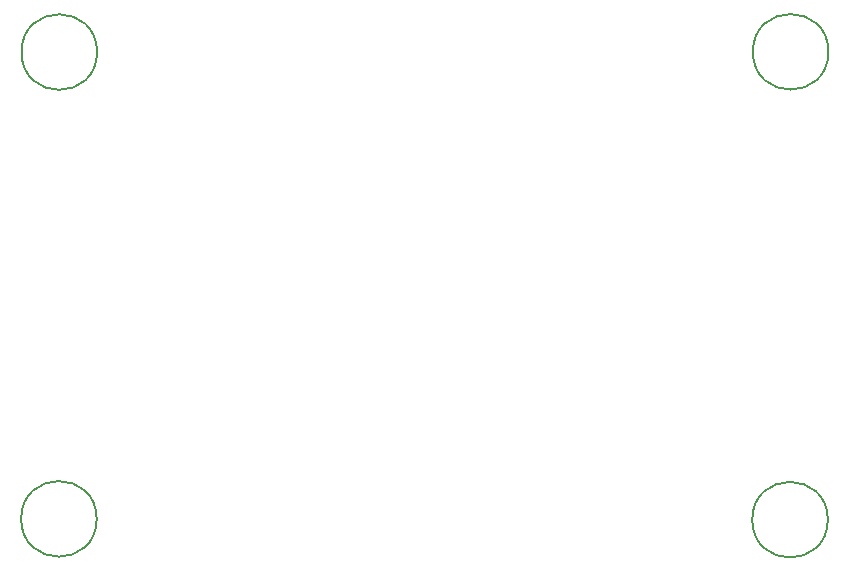
<source format=gbr>
%TF.GenerationSoftware,KiCad,Pcbnew,8.99.0-unknown-8ec1016ccf~178~ubuntu22.04.1*%
%TF.CreationDate,2024-05-09T20:44:09+05:30*%
%TF.ProjectId,HF-PA-v10,48462d50-412d-4763-9130-2e6b69636164,rev?*%
%TF.SameCoordinates,Original*%
%TF.FileFunction,Other,Comment*%
%FSLAX46Y46*%
G04 Gerber Fmt 4.6, Leading zero omitted, Abs format (unit mm)*
G04 Created by KiCad (PCBNEW 8.99.0-unknown-8ec1016ccf~178~ubuntu22.04.1) date 2024-05-09 20:44:09*
%MOMM*%
%LPD*%
G01*
G04 APERTURE LIST*
%ADD10C,0.150000*%
G04 APERTURE END LIST*
D10*
%TO.C,H3*%
X145000000Y-105720000D02*
G75*
G02*
X138600000Y-105720000I-3200000J0D01*
G01*
X138600000Y-105720000D02*
G75*
G02*
X145000000Y-105720000I3200000J0D01*
G01*
%TO.C,H4*%
X206900000Y-105790000D02*
G75*
G02*
X200500000Y-105790000I-3200000J0D01*
G01*
X200500000Y-105790000D02*
G75*
G02*
X206900000Y-105790000I3200000J0D01*
G01*
%TO.C,H1*%
X145030000Y-66200000D02*
G75*
G02*
X138630000Y-66200000I-3200000J0D01*
G01*
X138630000Y-66200000D02*
G75*
G02*
X145030000Y-66200000I3200000J0D01*
G01*
%TO.C,H2*%
X206952944Y-66177944D02*
G75*
G02*
X200552944Y-66177944I-3200000J0D01*
G01*
X200552944Y-66177944D02*
G75*
G02*
X206952944Y-66177944I3200000J0D01*
G01*
%TD*%
M02*

</source>
